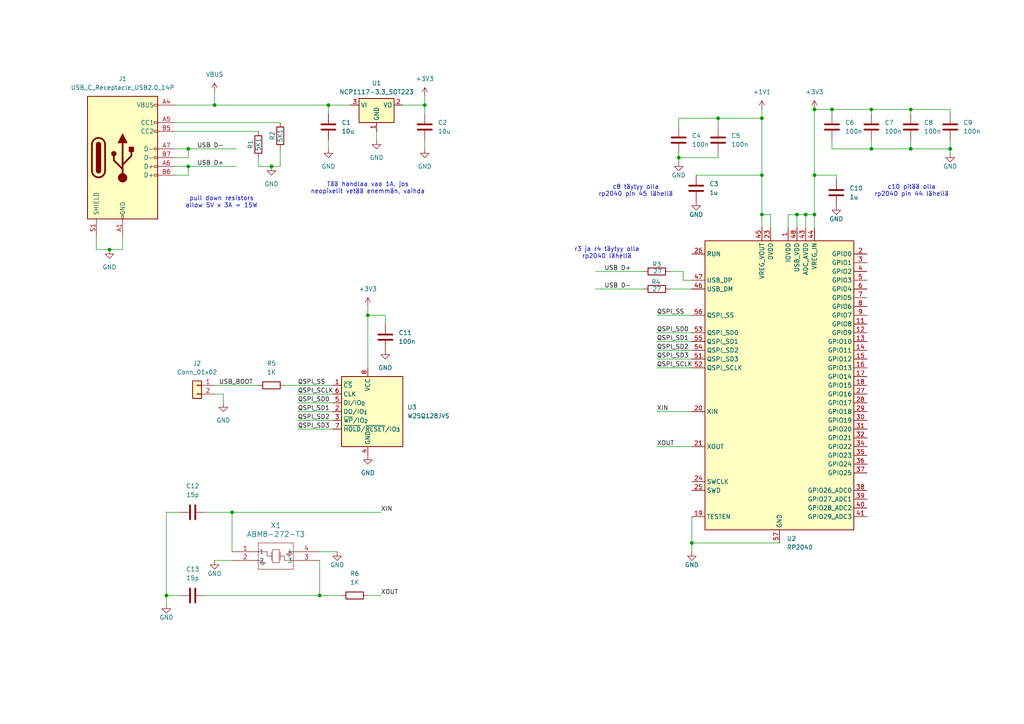
<source format=kicad_sch>
(kicad_sch (version 20250114) (generator "eeschema") (generator_version "9.0")
  (paper "A4")
  (title_block (title "Main controller") (comment 1 "The main controller with MCU and other fancy stuff"))
  (lib_symbols
    (symbol "ABM8_272_T3:ABM8-272-T3" (pin_names (offset 0.254))
      (property "Reference" "X" (at 12.7 7.62 0))
      (property "Value" "ABM8-272-T3" (at 12.7 5.08 0))
      (symbol "ABM8-272-T3_0_1"
        (polyline (pts (xy 7.62 2.54) (xy 7.62 -5.08)) (stroke (width 0.127)))
        (polyline (pts (xy 7.62 -2.54) (xy 8.89 -2.54)) (stroke (width 0.127)))
        (polyline (pts (xy 7.62 -5.08) (xy 17.78 -5.08)) (stroke (width 0.127)))
        (polyline (pts (xy 7.9375 -3.175) (xy 9.8425 -3.175)) (stroke (width 0.127)))
        (polyline (pts (xy 8.255 -3.4925) (xy 9.525 -3.4925)) (stroke (width 0.127)))
        (polyline (pts (xy 8.5725 -3.81) (xy 9.2075 -3.81)) (stroke (width 0.127)))
        (polyline (pts (xy 8.89 -2.54) (xy 8.89 -3.175)) (stroke (width 0.127)))
        (polyline (pts (xy 10.16 0) (xy 7.62 0)) (stroke (width 0.127)))
        (polyline (pts (xy 10.16 -1.27) (xy 10.16 0)) (stroke (width 0.127)))
        (polyline (pts (xy 11.43 0) (xy 11.43 -2.54)) (stroke (width 0.127)))
        (polyline (pts (xy 11.43 -1.27) (xy 10.16 -1.27)) (stroke (width 0.127)))
        (polyline (pts (xy 11.7475 0.635) (xy 11.7475 -3.175)) (stroke (width 0.127)))
        (polyline (pts (xy 11.7475 -3.175) (xy 13.6525 -3.175)) (stroke (width 0.127)))
        (polyline (pts (xy 13.6525 0.635) (xy 11.7475 0.635)) (stroke (width 0.127)))
        (polyline (pts (xy 13.6525 -3.175) (xy 13.6525 0.635)) (stroke (width 0.127)))
        (polyline (pts (xy 13.97 0) (xy 13.97 -2.54)) (stroke (width 0.127)))
        (polyline (pts (xy 13.97 -1.27) (xy 15.24 -1.27)) (stroke (width 0.127)))
        (polyline (pts (xy 15.24 -1.27) (xy 15.24 -2.54)) (stroke (width 0.127)))
        (polyline (pts (xy 15.24 -2.54) (xy 17.78 -2.54)) (stroke (width 0.127)))
        (polyline (pts (xy 16.51 0) (xy 16.51 -0.635)) (stroke (width 0.127)))
        (polyline (pts (xy 16.8275 -1.27) (xy 16.1925 -1.27)) (stroke (width 0.127)))
        (polyline (pts (xy 17.145 -0.9525) (xy 15.875 -0.9525)) (stroke (width 0.127)))
        (polyline (pts (xy 17.4625 -0.635) (xy 15.5575 -0.635)) (stroke (width 0.127)))
        (polyline (pts (xy 17.78 2.54) (xy 7.62 2.54)) (stroke (width 0.127)))
        (polyline (pts (xy 17.78 0) (xy 16.51 0)) (stroke (width 0.127)))
        (polyline (pts (xy 17.78 -5.08) (xy 17.78 2.54)) (stroke (width 0.127)))
        (pin unspecified line (at 0 0 0) (length 7.62) (name "1") (number "1"))
        (pin unspecified line (at 0 -2.54 0) (length 7.62) (name "2") (number "2"))
        (pin unspecified line (at 25.4 0 180) (length 7.62) (name "4") (number "4"))
        (pin unspecified line (at 25.4 -2.54 180) (length 7.62) (name "3") (number "3"))
      )
    )
    (symbol "Connector:USB_C_Receptacle_USB2.0_14P" (pin_names (offset 1.016))
      (property "Reference" "J" (at 0 22.225 0))
      (property "Value" "USB_C_Receptacle_USB2.0_14P" (at 0 19.685 0))
      (symbol "USB_C_Receptacle_USB2.0_14P_0_0"
        (rectangle (start -0.254 -17.78) (end 0.254 -16.764))
        (rectangle (start 10.16 15.494) (end 9.144 14.986))
        (rectangle (start 10.16 10.414) (end 9.144 9.906))
        (rectangle (start 10.16 7.874) (end 9.144 7.366))
        (rectangle (start 10.16 2.794) (end 9.144 2.286))
        (rectangle (start 10.16 0.254) (end 9.144 -0.254))
        (rectangle (start 10.16 -2.286) (end 9.144 -2.794))
        (rectangle (start 10.16 -4.826) (end 9.144 -5.334))
      )
      (symbol "USB_C_Receptacle_USB2.0_14P_0_1"
        (rectangle (start -10.16 17.78) (end 10.16 -17.78) (stroke (width 0.254)) (fill (type background)))
        (polyline (pts (xy -8.89 -3.81) (xy -8.89 3.81)) (stroke (width 0.508)))
        (rectangle (start -7.62 -3.81) (end -6.35 3.81) (stroke (width 0.254)) (fill (type outline)))
        (arc (start -7.62 3.81) (mid -6.985 4.4423) (end -6.35 3.81) (stroke (width 0.254)))
        (arc (start -7.62 3.81) (mid -6.985 4.4423) (end -6.35 3.81) (stroke (width 0.254)) (fill (type outline)))
        (arc (start -8.89 3.81) (mid -6.985 5.7067) (end -5.08 3.81) (stroke (width 0.508)))
        (arc (start -5.08 -3.81) (mid -6.985 -5.7067) (end -8.89 -3.81) (stroke (width 0.508)))
        (arc (start -6.35 -3.81) (mid -6.985 -4.4423) (end -7.62 -3.81) (stroke (width 0.254)))
        (arc (start -6.35 -3.81) (mid -6.985 -4.4423) (end -7.62 -3.81) (stroke (width 0.254)) (fill (type outline)))
        (polyline (pts (xy -5.08 3.81) (xy -5.08 -3.81)) (stroke (width 0.508)))
        (circle (center -2.54 1.143) (radius 0.635) (stroke (width 0.254)) (fill (type outline)))
        (polyline (pts (xy -1.27 4.318) (xy 0 6.858) (xy 1.27 4.318) (xy -1.27 4.318)) (stroke (width 0.254)) (fill (type outline)))
        (polyline (pts (xy 0 -2.032) (xy 2.54 0.508) (xy 2.54 1.778)) (stroke (width 0.508)))
        (polyline (pts (xy 0 -3.302) (xy -2.54 -0.762) (xy -2.54 0.508)) (stroke (width 0.508)))
        (polyline (pts (xy 0 -5.842) (xy 0 4.318)) (stroke (width 0.508)))
        (circle (center 0 -5.842) (radius 1.27) (fill (type outline)))
        (rectangle (start 1.905 1.778) (end 3.175 3.048) (stroke (width 0.254)) (fill (type outline)))
      )
      (symbol "USB_C_Receptacle_USB2.0_14P_1_1"
        (pin passive line (at -7.62 -22.86 90) (length 5.08) (name "SHIELD") (number "S1"))
        (pin passive line (at 0 -22.86 90) (length 5.08) (name "GND") (number "A1"))
        (pin passive line (at 0 -22.86 90) (length 5.08) (hide yes) (name "GND") (number "A12"))
        (pin passive line (at 0 -22.86 90) (length 5.08) (hide yes) (name "GND") (number "B1"))
        (pin passive line (at 0 -22.86 90) (length 5.08) (hide yes) (name "GND") (number "B12"))
        (pin passive line (at 15.24 15.24 180) (length 5.08) (name "VBUS") (number "A4"))
        (pin passive line (at 15.24 15.24 180) (length 5.08) (hide yes) (name "VBUS") (number "A9"))
        (pin passive line (at 15.24 15.24 180) (length 5.08) (hide yes) (name "VBUS") (number "B4"))
        (pin passive line (at 15.24 15.24 180) (length 5.08) (hide yes) (name "VBUS") (number "B9"))
        (pin bidirectional line (at 15.24 10.16 180) (length 5.08) (name "CC1") (number "A5"))
        (pin bidirectional line (at 15.24 7.62 180) (length 5.08) (name "CC2") (number "B5"))
        (pin bidirectional line (at 15.24 2.54 180) (length 5.08) (name "D-") (number "A7"))
        (pin bidirectional line (at 15.24 0 180) (length 5.08) (name "D-") (number "B7"))
        (pin bidirectional line (at 15.24 -2.54 180) (length 5.08) (name "D+") (number "A6"))
        (pin bidirectional line (at 15.24 -5.08 180) (length 5.08) (name "D+") (number "B6"))
      )
    )
    (symbol "Connector_Generic:Conn_01x02" (pin_names (offset 1.016) (hide yes))
      (property "Reference" "J" (at 0 2.54 0))
      (property "Value" "Conn_01x02" (at 0 -5.08 0))
      (symbol "Conn_01x02_1_1"
        (rectangle (start -1.27 1.27) (end 1.27 -3.81) (stroke (width 0.254)) (fill (type background)))
        (rectangle (start -1.27 0.127) (end 0 -0.127) (stroke (width 0.1524)))
        (rectangle (start -1.27 -2.413) (end 0 -2.667) (stroke (width 0.1524)))
        (pin passive line (at -5.08 0 0) (length 3.81) (name "Pin_1") (number "1"))
        (pin passive line (at -5.08 -2.54 0) (length 3.81) (name "Pin_2") (number "2"))
      )
    )
    (symbol "Device:C" (pin_numbers (hide yes)) (pin_names (offset 0.254))
      (property "Reference" "C" (at 0.635 2.54 0))
      (property "Value" "C" (at 0.635 -2.54 0))
      (symbol "C_0_1"
        (polyline (pts (xy -2.032 0.762) (xy 2.032 0.762)) (stroke (width 0.508)))
        (polyline (pts (xy -2.032 -0.762) (xy 2.032 -0.762)) (stroke (width 0.508)))
      )
      (symbol "C_1_1"
        (pin passive line (at 0 3.81 270) (length 2.794) (name "~") (number "1"))
        (pin passive line (at 0 -3.81 90) (length 2.794) (name "~") (number "2"))
      )
    )
    (symbol "Device:R" (pin_numbers (hide yes)) (pin_names (offset 0))
      (property "Reference" "R" (at 2.032 0 90))
      (property "Value" "R" (at 0 0 90))
      (symbol "R_0_1"
        (rectangle (start -1.016 -2.54) (end 1.016 2.54) (stroke (width 0.254)))
      )
      (symbol "R_1_1"
        (pin passive line (at 0 3.81 270) (length 1.27) (name "~") (number "1"))
        (pin passive line (at 0 -3.81 90) (length 1.27) (name "~") (number "2"))
      )
    )
    (symbol "MCU_RaspberryPi:RP2040"
      (property "Reference" "U" (at 17.78 45.72 0))
      (property "Value" "RP2040" (at 17.78 43.18 0))
      (symbol "RP2040_0_1"
        (rectangle (start -21.59 41.91) (end 21.59 -41.91) (stroke (width 0.254)) (fill (type background)))
      )
      (symbol "RP2040_1_1"
        (pin input line (at -25.4 38.1 0) (length 3.81) (name "RUN") (number "26"))
        (pin bidirectional line (at -25.4 30.48 0) (length 3.81) (name "USB_DP") (number "47"))
        (pin bidirectional line (at -25.4 27.94 0) (length 3.81) (name "USB_DM") (number "46"))
        (pin bidirectional line (at -25.4 20.32 0) (length 3.81) (name "QSPI_SS") (number "56"))
        (pin bidirectional line (at -25.4 15.24 0) (length 3.81) (name "QSPI_SD0") (number "53"))
        (pin bidirectional line (at -25.4 12.7 0) (length 3.81) (name "QSPI_SD1") (number "55"))
        (pin bidirectional line (at -25.4 10.16 0) (length 3.81) (name "QSPI_SD2") (number "54"))
        (pin bidirectional line (at -25.4 7.62 0) (length 3.81) (name "QSPI_SD3") (number "51"))
        (pin output line (at -25.4 5.08 0) (length 3.81) (name "QSPI_SCLK") (number "52"))
        (pin input line (at -25.4 -7.62 0) (length 3.81) (name "XIN") (number "20"))
        (pin passive line (at -25.4 -17.78 0) (length 3.81) (name "XOUT") (number "21"))
        (pin input line (at -25.4 -27.94 0) (length 3.81) (name "SWCLK") (number "24"))
        (pin bidirectional line (at -25.4 -30.48 0) (length 3.81) (name "SWD") (number "25"))
        (pin input line (at -25.4 -38.1 0) (length 3.81) (name "TESTEN") (number "19"))
        (pin power_out line (at -5.08 45.72 270) (length 3.81) (name "VREG_VOUT") (number "45"))
        (pin power_in line (at -2.54 45.72 270) (length 3.81) (name "DVDD") (number "23"))
        (pin passive line (at -2.54 45.72 270) (length 3.81) (hide yes) (name "DVDD") (number "50"))
        (pin power_in line (at 0 -45.72 90) (length 3.81) (name "GND") (number "57"))
        (pin power_in line (at 2.54 45.72 270) (length 3.81) (name "IOVDD") (number "1"))
        (pin passive line (at 2.54 45.72 270) (length 3.81) (hide yes) (name "IOVDD") (number "10"))
        (pin passive line (at 2.54 45.72 270) (length 3.81) (hide yes) (name "IOVDD") (number "22"))
        (pin passive line (at 2.54 45.72 270) (length 3.81) (hide yes) (name "IOVDD") (number "33"))
        (pin passive line (at 2.54 45.72 270) (length 3.81) (hide yes) (name "IOVDD") (number "42"))
        (pin passive line (at 2.54 45.72 270) (length 3.81) (hide yes) (name "IOVDD") (number "49"))
        (pin power_in line (at 5.08 45.72 270) (length 3.81) (name "USB_VDD") (number "48"))
        (pin power_in line (at 7.62 45.72 270) (length 3.81) (name "ADC_AVDD") (number "43"))
        (pin power_in line (at 10.16 45.72 270) (length 3.81) (name "VREG_IN") (number "44"))
        (pin bidirectional line (at 25.4 38.1 180) (length 3.81) (name "GPIO0") (number "2"))
        (pin bidirectional line (at 25.4 35.56 180) (length 3.81) (name "GPIO1") (number "3"))
        (pin bidirectional line (at 25.4 33.02 180) (length 3.81) (name "GPIO2") (number "4"))
        (pin bidirectional line (at 25.4 30.48 180) (length 3.81) (name "GPIO3") (number "5"))
        (pin bidirectional line (at 25.4 27.94 180) (length 3.81) (name "GPIO4") (number "6"))
        (pin bidirectional line (at 25.4 25.4 180) (length 3.81) (name "GPIO5") (number "7"))
        (pin bidirectional line (at 25.4 22.86 180) (length 3.81) (name "GPIO6") (number "8"))
        (pin bidirectional line (at 25.4 20.32 180) (length 3.81) (name "GPIO7") (number "9"))
        (pin bidirectional line (at 25.4 17.78 180) (length 3.81) (name "GPIO8") (number "11"))
        (pin bidirectional line (at 25.4 15.24 180) (length 3.81) (name "GPIO9") (number "12"))
        (pin bidirectional line (at 25.4 12.7 180) (length 3.81) (name "GPIO10") (number "13"))
        (pin bidirectional line (at 25.4 10.16 180) (length 3.81) (name "GPIO11") (number "14"))
        (pin bidirectional line (at 25.4 7.62 180) (length 3.81) (name "GPIO12") (number "15"))
        (pin bidirectional line (at 25.4 5.08 180) (length 3.81) (name "GPIO13") (number "16"))
        (pin bidirectional line (at 25.4 2.54 180) (length 3.81) (name "GPIO14") (number "17"))
        (pin bidirectional line (at 25.4 0 180) (length 3.81) (name "GPIO15") (number "18"))
        (pin bidirectional line (at 25.4 -2.54 180) (length 3.81) (name "GPIO16") (number "27"))
        (pin bidirectional line (at 25.4 -5.08 180) (length 3.81) (name "GPIO17") (number "28"))
        (pin bidirectional line (at 25.4 -7.62 180) (length 3.81) (name "GPIO18") (number "29"))
        (pin bidirectional line (at 25.4 -10.16 180) (length 3.81) (name "GPIO19") (number "30"))
        (pin bidirectional line (at 25.4 -12.7 180) (length 3.81) (name "GPIO20") (number "31"))
        (pin bidirectional line (at 25.4 -15.24 180) (length 3.81) (name "GPIO21") (number "32"))
        (pin bidirectional line (at 25.4 -17.78 180) (length 3.81) (name "GPIO22") (number "34"))
        (pin bidirectional line (at 25.4 -20.32 180) (length 3.81) (name "GPIO23") (number "35"))
        (pin bidirectional line (at 25.4 -22.86 180) (length 3.81) (name "GPIO24") (number "36"))
        (pin bidirectional line (at 25.4 -25.4 180) (length 3.81) (name "GPIO25") (number "37"))
        (pin bidirectional line (at 25.4 -30.48 180) (length 3.81) (name "GPIO26_ADC0") (number "38"))
        (pin bidirectional line (at 25.4 -33.02 180) (length 3.81) (name "GPIO27_ADC1") (number "39"))
        (pin bidirectional line (at 25.4 -35.56 180) (length 3.81) (name "GPIO28_ADC2") (number "40"))
        (pin bidirectional line (at 25.4 -38.1 180) (length 3.81) (name "GPIO29_ADC3") (number "41"))
      )
    )
    (symbol "Memory_Flash:W25Q128JVS"
      (property "Reference" "U" (at -6.35 11.43 0))
      (property "Value" "W25Q128JVS" (at 7.62 11.43 0))
      (symbol "W25Q128JVS_0_1"
        (rectangle (start -7.62 10.16) (end 10.16 -10.16) (stroke (width 0.254)) (fill (type background)))
      )
      (symbol "W25Q128JVS_1_1"
        (pin input line (at -10.16 7.62 0) (length 2.54) (name "~{CS}") (number "1"))
        (pin input line (at -10.16 5.08 0) (length 2.54) (name "CLK") (number "6"))
        (pin bidirectional line (at -10.16 2.54 0) (length 2.54) (name "DI/IO_{0}") (number "5"))
        (pin bidirectional line (at -10.16 0 0) (length 2.54) (name "DO/IO_{1}") (number "2"))
        (pin bidirectional line (at -10.16 -2.54 0) (length 2.54) (name "~{WP}/IO_{2}") (number "3"))
        (pin bidirectional line (at -10.16 -5.08 0) (length 2.54) (name "~{HOLD}/~{RESET}/IO_{3}") (number "7"))
        (pin power_in line (at 0 12.7 270) (length 2.54) (name "VCC") (number "8"))
        (pin power_in line (at 0 -12.7 90) (length 2.54) (name "GND") (number "4"))
      )
    )
    (symbol "Regulator_Linear:NCP1117-3.3_SOT223"
      (property "Reference" "U" (at -3.81 3.175 0))
      (property "Value" "NCP1117-3.3_SOT223" (at 0 3.175 0))
      (symbol "NCP1117-3.3_SOT223_0_1"
        (rectangle (start -5.08 -5.08) (end 5.08 1.905) (stroke (width 0.254)) (fill (type background)))
      )
      (symbol "NCP1117-3.3_SOT223_1_1"
        (pin power_in line (at -7.62 0 0) (length 2.54) (name "VI") (number "3"))
        (pin power_in line (at 0 -7.62 90) (length 2.54) (name "GND") (number "1"))
        (pin power_out line (at 7.62 0 180) (length 2.54) (name "VO") (number "2"))
      )
    )
    (symbol "power:+1V1" (power) (pin_numbers (hide yes)) (pin_names (offset 0) (hide yes))
      (property "Value" "+1V1" (at 0 3.556 0))
      (symbol "+1V1_0_1"
        (polyline (pts (xy -0.762 1.27) (xy 0 2.54)))
        (polyline (pts (xy 0 2.54) (xy 0.762 1.27)))
        (polyline (pts (xy 0 0) (xy 0 2.54)))
      )
      (symbol "+1V1_1_1"
        (pin power_in line (at 0 0 90) (length 0) (name "~") (number "1"))
      )
    )
    (symbol "power:+3V3" (power) (pin_numbers (hide yes)) (pin_names (offset 0) (hide yes))
      (property "Value" "+3V3" (at 0 3.556 0))
      (symbol "+3V3_0_1"
        (polyline (pts (xy -0.762 1.27) (xy 0 2.54)))
        (polyline (pts (xy 0 2.54) (xy 0.762 1.27)))
        (polyline (pts (xy 0 0) (xy 0 2.54)))
      )
      (symbol "+3V3_1_1"
        (pin power_in line (at 0 0 90) (length 0) (name "~") (number "1"))
      )
    )
    (symbol "power:GND" (power) (pin_numbers (hide yes)) (pin_names (offset 0) (hide yes))
      (property "Value" "GND" (at 0 -3.81 0))
      (symbol "GND_0_1"
        (polyline (pts (xy 0 0) (xy 0 -1.27) (xy 1.27 -1.27) (xy 0 -2.54) (xy -1.27 -1.27) (xy 0 -1.27)))
      )
      (symbol "GND_1_1"
        (pin power_in line (at 0 0 270) (length 0) (name "~") (number "1"))
      )
    )
    (symbol "power:VBUS" (power) (pin_numbers (hide yes)) (pin_names (offset 0) (hide yes))
      (property "Value" "VBUS" (at 0 3.556 0))
      (symbol "VBUS_0_1"
        (polyline (pts (xy -0.762 1.27) (xy 0 2.54)))
        (polyline (pts (xy 0 2.54) (xy 0.762 1.27)))
        (polyline (pts (xy 0 0) (xy 0 2.54)))
      )
      (symbol "VBUS_1_1"
        (pin power_in line (at 0 0 90) (length 0) (name "~") (number "1"))
      )
    )
  )
  (text "c10 pitää olla\nrp2040 pin 44 lähellä" (at 264.414 55.372 0) (effects (font (size 1.27 1.27))))
  (text "r3 ja r4 täytyy olla\nrp2040 lähellä" (at 176.022 73.406 0) (effects (font (size 1.27 1.27))))
  (text "c8 täytyy olla\nrp2040 pin 45 lähellä" (at 184.404 55.372 0) (effects (font (size 1.27 1.27))))
  (text "Tää handlaa vaa 1A, jos\nneopixelit vetää enemmän, vaihda" (at 106.68 54.61 0) (effects (font (size 1.27 1.27))))
  (text "pull down resistors\nallow 5V x 3A = 15W" (at 64.262 58.674 0) (effects (font (size 1.27 1.27))))
  (junction (at 54.61 48.26))
  (junction (at 275.59 43.18))
  (junction (at 236.22 62.23))
  (junction (at 123.19 30.48))
  (junction (at 95.25 30.48))
  (junction (at 252.73 31.75))
  (junction (at 92.71 172.72))
  (junction (at 196.85 45.72))
  (junction (at 236.22 31.75))
  (junction (at 220.98 62.23))
  (junction (at 264.16 31.75))
  (junction (at 67.31 148.59))
  (junction (at 200.66 157.48))
  (junction (at 208.28 34.29))
  (junction (at 106.68 91.44))
  (junction (at 241.3 31.75))
  (junction (at 264.16 43.18))
  (junction (at 233.68 62.23))
  (junction (at 220.98 34.29))
  (junction (at 78.74 48.26))
  (junction (at 54.61 43.18))
  (junction (at 62.23 30.48))
  (junction (at 220.98 50.8))
  (junction (at 236.22 50.8))
  (junction (at 252.73 43.18))
  (junction (at 48.26 172.72))
  (junction (at 231.14 62.23))
  (junction (at 31.75 72.39))
  (wire (pts (xy 220.98 31.75) (xy 220.98 34.29)))
  (wire (pts (xy 54.61 48.26) (xy 68.58 48.26)))
  (wire (pts (xy 275.59 33.02) (xy 275.59 31.75)))
  (wire (pts (xy 275.59 40.64) (xy 275.59 43.18)))
  (wire (pts (xy 196.85 45.72) (xy 196.85 46.99)))
  (wire (pts (xy 106.68 88.9) (xy 106.68 91.44)))
  (wire (pts (xy 50.8 38.1) (xy 74.93 38.1)))
  (wire (pts (xy 109.22 38.1) (xy 109.22 40.64)))
  (wire (pts (xy 252.73 40.64) (xy 252.73 43.18)))
  (wire (pts (xy 27.94 72.39) (xy 31.75 72.39)))
  (wire (pts (xy 208.28 44.45) (xy 208.28 45.72)))
  (wire (pts (xy 172.72 78.74) (xy 186.69 78.74)))
  (wire (pts (xy 226.06 157.48) (xy 200.66 157.48)))
  (wire (pts (xy 200.66 81.28) (xy 198.12 81.28)))
  (wire (pts (xy 236.22 31.75) (xy 236.22 50.8)))
  (wire (pts (xy 196.85 34.29) (xy 208.28 34.29)))
  (wire (pts (xy 190.5 106.68) (xy 200.66 106.68)))
  (wire (pts (xy 48.26 172.72) (xy 48.26 175.26)))
  (wire (pts (xy 223.52 62.23) (xy 220.98 62.23)))
  (wire (pts (xy 92.71 172.72) (xy 92.71 162.56)))
  (wire (pts (xy 82.55 111.76) (xy 96.52 111.76)))
  (wire (pts (xy 190.5 129.54) (xy 200.66 129.54)))
  (wire (pts (xy 52.07 172.72) (xy 48.26 172.72)))
  (wire (pts (xy 62.23 111.76) (xy 74.93 111.76)))
  (wire (pts (xy 172.72 83.82) (xy 186.69 83.82)))
  (wire (pts (xy 242.57 52.07) (xy 242.57 50.8)))
  (wire (pts (xy 190.5 99.06) (xy 200.66 99.06)))
  (wire (pts (xy 123.19 40.64) (xy 123.19 43.18)))
  (wire (pts (xy 208.28 34.29) (xy 208.28 36.83)))
  (wire (pts (xy 264.16 31.75) (xy 264.16 33.02)))
  (wire (pts (xy 190.5 119.38) (xy 200.66 119.38)))
  (wire (pts (xy 86.36 114.3) (xy 96.52 114.3)))
  (wire (pts (xy 48.26 148.59) (xy 48.26 172.72)))
  (wire (pts (xy 62.23 30.48) (xy 62.23 26.67)))
  (wire (pts (xy 54.61 50.8) (xy 54.61 48.26)))
  (wire (pts (xy 111.76 93.98) (xy 111.76 91.44)))
  (wire (pts (xy 252.73 31.75) (xy 252.73 33.02)))
  (wire (pts (xy 92.71 160.02) (xy 97.79 160.02)))
  (wire (pts (xy 196.85 44.45) (xy 196.85 45.72)))
  (wire (pts (xy 62.23 30.48) (xy 95.25 30.48)))
  (wire (pts (xy 86.36 116.84) (xy 96.52 116.84)))
  (wire (pts (xy 228.6 66.04) (xy 228.6 62.23)))
  (wire (pts (xy 81.28 48.26) (xy 78.74 48.26)))
  (wire (pts (xy 86.36 121.92) (xy 96.52 121.92)))
  (wire (pts (xy 198.12 81.28) (xy 198.12 78.74)))
  (wire (pts (xy 74.93 45.72) (xy 74.93 48.26)))
  (wire (pts (xy 95.25 40.64) (xy 95.25 43.18)))
  (wire (pts (xy 264.16 40.64) (xy 264.16 43.18)))
  (wire (pts (xy 35.56 72.39) (xy 31.75 72.39)))
  (wire (pts (xy 50.8 30.48) (xy 62.23 30.48)))
  (wire (pts (xy 275.59 43.18) (xy 275.59 44.45)))
  (wire (pts (xy 95.25 30.48) (xy 95.25 33.02)))
  (wire (pts (xy 95.25 30.48) (xy 101.6 30.48)))
  (wire (pts (xy 50.8 48.26) (xy 54.61 48.26)))
  (wire (pts (xy 67.31 148.59) (xy 67.31 160.02)))
  (wire (pts (xy 92.71 172.72) (xy 99.06 172.72)))
  (wire (pts (xy 200.66 157.48) (xy 200.66 160.02)))
  (wire (pts (xy 242.57 50.8) (xy 236.22 50.8)))
  (wire (pts (xy 110.49 148.59) (xy 67.31 148.59)))
  (wire (pts (xy 59.69 148.59) (xy 67.31 148.59)))
  (wire (pts (xy 50.8 45.72) (xy 54.61 45.72)))
  (wire (pts (xy 190.5 96.52) (xy 200.66 96.52)))
  (wire (pts (xy 231.14 62.23) (xy 233.68 62.23)))
  (wire (pts (xy 52.07 148.59) (xy 48.26 148.59)))
  (wire (pts (xy 241.3 31.75) (xy 236.22 31.75)))
  (wire (pts (xy 233.68 62.23) (xy 236.22 62.23)))
  (wire (pts (xy 236.22 50.8) (xy 236.22 62.23)))
  (wire (pts (xy 74.93 48.26) (xy 78.74 48.26)))
  (wire (pts (xy 50.8 50.8) (xy 54.61 50.8)))
  (wire (pts (xy 116.84 30.48) (xy 123.19 30.48)))
  (wire (pts (xy 241.3 31.75) (xy 241.3 33.02)))
  (wire (pts (xy 50.8 35.56) (xy 81.28 35.56)))
  (wire (pts (xy 220.98 34.29) (xy 220.98 50.8)))
  (wire (pts (xy 86.36 124.46) (xy 96.52 124.46)))
  (wire (pts (xy 201.93 50.8) (xy 220.98 50.8)))
  (wire (pts (xy 200.66 149.86) (xy 200.66 157.48)))
  (wire (pts (xy 111.76 91.44) (xy 106.68 91.44)))
  (wire (pts (xy 194.31 83.82) (xy 200.66 83.82)))
  (wire (pts (xy 190.5 101.6) (xy 200.66 101.6)))
  (wire (pts (xy 50.8 43.18) (xy 54.61 43.18)))
  (wire (pts (xy 275.59 31.75) (xy 264.16 31.75)))
  (wire (pts (xy 264.16 31.75) (xy 252.73 31.75)))
  (wire (pts (xy 54.61 43.18) (xy 68.58 43.18)))
  (wire (pts (xy 190.5 104.14) (xy 200.66 104.14)))
  (wire (pts (xy 64.77 114.3) (xy 62.23 114.3)))
  (wire (pts (xy 190.5 91.44) (xy 200.66 91.44)))
  (wire (pts (xy 59.69 172.72) (xy 92.71 172.72)))
  (wire (pts (xy 252.73 43.18) (xy 264.16 43.18)))
  (wire (pts (xy 236.22 62.23) (xy 236.22 66.04)))
  (wire (pts (xy 106.68 172.72) (xy 110.49 172.72)))
  (wire (pts (xy 228.6 62.23) (xy 231.14 62.23)))
  (wire (pts (xy 231.14 66.04) (xy 231.14 62.23)))
  (wire (pts (xy 123.19 30.48) (xy 123.19 33.02)))
  (wire (pts (xy 233.68 66.04) (xy 233.68 62.23)))
  (wire (pts (xy 81.28 43.18) (xy 81.28 48.26)))
  (wire (pts (xy 35.56 68.58) (xy 35.56 72.39)))
  (wire (pts (xy 208.28 45.72) (xy 196.85 45.72)))
  (wire (pts (xy 241.3 40.64) (xy 241.3 43.18)))
  (wire (pts (xy 196.85 36.83) (xy 196.85 34.29)))
  (wire (pts (xy 223.52 66.04) (xy 223.52 62.23)))
  (wire (pts (xy 241.3 43.18) (xy 252.73 43.18)))
  (wire (pts (xy 220.98 50.8) (xy 220.98 62.23)))
  (wire (pts (xy 198.12 78.74) (xy 194.31 78.74)))
  (wire (pts (xy 123.19 30.48) (xy 123.19 27.94)))
  (wire (pts (xy 106.68 91.44) (xy 106.68 106.68)))
  (wire (pts (xy 252.73 31.75) (xy 241.3 31.75)))
  (wire (pts (xy 54.61 45.72) (xy 54.61 43.18)))
  (wire (pts (xy 264.16 43.18) (xy 275.59 43.18)))
  (wire (pts (xy 62.23 162.56) (xy 67.31 162.56)))
  (wire (pts (xy 220.98 62.23) (xy 220.98 66.04)))
  (wire (pts (xy 64.77 116.84) (xy 64.77 114.3)))
  (wire (pts (xy 27.94 68.58) (xy 27.94 72.39)))
  (wire (pts (xy 86.36 119.38) (xy 96.52 119.38)))
  (wire (pts (xy 208.28 34.29) (xy 220.98 34.29)))
  (label "USB_BOOT" (at 63.5 111.76 0))
  (label "QSPI_SD3" (at 86.36 124.46 0))
  (label "XOUT" (at 190.5 129.54 0))
  (label "USB D-" (at 175.26 83.82 0))
  (label "QSPI_SD1" (at 86.36 119.38 0))
  (label "QSPI_SS" (at 190.5 91.44 0))
  (label "QSPI_SD2" (at 86.36 121.92 0))
  (label "QSPI_SD2" (at 190.5 101.6 0))
  (label "QSPI_SD3" (at 190.5 104.14 0))
  (label "USB D+" (at 175.26 78.74 0))
  (label "XIN" (at 110.49 148.59 0))
  (label "XIN" (at 190.5 119.38 0))
  (label "XOUT" (at 110.49 172.72 0))
  (label "QSPI_SCLK" (at 190.5 106.68 0))
  (label "QSPI_SS" (at 86.36 111.76 0))
  (label "USB D+" (at 57.15 48.26 0))
  (label "QSPI_SCLK" (at 86.36 114.3 0))
  (label "QSPI_SD1" (at 190.5 99.06 0))
  (label "QSPI_SD0" (at 190.5 96.52 0))
  (label "USB D-" (at 57.15 43.18 0))
  (label "QSPI_SD0" (at 86.36 116.84 0))
  (symbol (lib_id "power:GND") (at 123.19 43.18 0) (unit 1)
    (property "Reference" "#PWR06" (effects (hide yes)))
    (property "Value" "GND" (at 123.19 48.26 0))
    (property "Description" "Power symbol creates a global label with name \"GND\" , ground" (effects (hide yes)))
  )
  (symbol (lib_id "Connector_Generic:Conn_01x02") (at 57.15 111.76 0) (mirror y) (unit 1)
    (property "Reference" "J2" (at 57.15 105.41 0))
    (property "Value" "Conn_01x02" (at 57.15 107.95 0))
    (property "Description" "Generic connector, single row, 01x02, script generated (kicad-library-utils/schlib/autogen/connector/)" (effects (hide yes)))
  )
  (symbol (lib_id "ABM8_272_T3:ABM8-272-T3") (at 67.31 160.02 0) (unit 1)
    (property "Reference" "X1" (at 80.01 152.4 0) (effects (font (size 1.524 1.524))))
    (property "Value" "ABM8-272-T3" (at 80.01 154.94 0) (effects (font (size 1.524 1.524))))
    (property "Footprint" "ABM8-272-T3_ABR" (effects (hide yes)))
    (property "Datasheet" "ABM8-272-T3" (effects (hide yes)))
  )
  (symbol (lib_id "Device:C") (at 196.85 40.64 0) (unit 1)
    (property "Reference" "C4" (at 200.66 39.3699 0) (effects (justify left)))
    (property "Value" "100n" (at 200.66 41.9099 0) (effects (justify left)))
    (property "Description" "Unpolarized capacitor" (effects (hide yes)))
  )
  (symbol (lib_id "power:GND") (at 31.75 72.39 0) (unit 1)
    (property "Reference" "#PWR02" (effects (hide yes)))
    (property "Value" "GND" (at 31.75 77.47 0))
    (property "Description" "Power symbol creates a global label with name \"GND\" , ground" (effects (hide yes)))
  )
  (symbol (lib_id "power:GND") (at 111.76 101.6 0) (unit 1)
    (property "Reference" "#PWR017" (effects (hide yes)))
    (property "Value" "GND" (at 111.76 106.68 0))
    (property "Description" "Power symbol creates a global label with name \"GND\" , ground" (effects (hide yes)))
  )
  (symbol (lib_id "power:GND") (at 95.25 43.18 0) (unit 1)
    (property "Reference" "#PWR04" (effects (hide yes)))
    (property "Value" "GND" (at 95.25 48.26 0))
    (property "Description" "Power symbol creates a global label with name \"GND\" , ground" (effects (hide yes)))
  )
  (symbol (lib_id "Regulator_Linear:NCP1117-3.3_SOT223") (at 109.22 30.48 0) (unit 1)
    (property "Reference" "U1" (at 109.22 24.13 0))
    (property "Value" "NCP1117-3.3_SOT223" (at 109.22 26.67 0))
    (property "Footprint" "Package_TO_SOT_SMD:SOT-223-3_TabPin2" (effects (hide yes)))
    (property "Datasheet" "http://www.onsemi.com/pub_link/Collateral/NCP1117-D.PDF" (effects (hide yes)))
    (property "Description" "1A Low drop-out regulator, Fixed Output 3.3V, SOT-223" (effects (hide yes)))
  )
  (symbol (lib_id "Memory_Flash:W25Q128JVS") (at 106.68 119.38 0) (unit 1)
    (property "Reference" "U3" (at 118.11 118.1099 0) (effects (justify left)))
    (property "Value" "W25Q128JVS" (at 118.11 120.6499 0) (effects (justify left)))
    (property "Footprint" "Package_SO:SOIC-8_5.3x5.3mm_P1.27mm" (effects (hide yes)))
    (property "Datasheet" "https://www.winbond.com/resource-files/w25q128jv_dtr%20revc%2003272018%20plus.pdf" (effects (hide yes)))
    (property "Description" "128Mbit / 16MiB Serial Flash Memory, Standard/Dual/Quad SPI, 2.7-3.6V, SOIC-8" (effects (hide yes)))
  )
  (symbol (lib_id "Device:R") (at 78.74 111.76 90) (unit 1)
    (property "Reference" "R5" (at 78.74 105.41 90))
    (property "Value" "1K" (at 78.74 107.95 90))
    (property "Description" "Resistor" (effects (hide yes)))
  )
  (symbol (lib_id "Device:R") (at 102.87 172.72 90) (unit 1)
    (property "Reference" "R6" (at 102.87 166.37 90))
    (property "Value" "1K" (at 102.87 168.91 90))
    (property "Description" "Resistor" (effects (hide yes)))
  )
  (symbol (lib_id "power:GND") (at 62.23 162.56 0) (unit 1)
    (property "Reference" "#PWR018" (effects (hide yes)))
    (property "Value" "GND" (at 62.23 166.37 0))
    (property "Description" "Power symbol creates a global label with name \"GND\" , ground" (effects (hide yes)))
  )
  (symbol (lib_id "power:GND") (at 106.68 132.08 0) (unit 1)
    (property "Reference" "#PWR015" (effects (hide yes)))
    (property "Value" "GND" (at 106.68 137.16 0))
    (property "Description" "Power symbol creates a global label with name \"GND\" , ground" (effects (hide yes)))
  )
  (symbol (lib_id "power:GND") (at 48.26 175.26 0) (unit 1)
    (property "Reference" "#PWR020" (effects (hide yes)))
    (property "Value" "GND" (at 48.26 179.07 0))
    (property "Description" "Power symbol creates a global label with name \"GND\" , ground" (effects (hide yes)))
  )
  (symbol (lib_id "Device:R") (at 74.93 41.91 180) (unit 1)
    (property "Reference" "R1" (at 72.644 41.91 90))
    (property "Value" "5K1" (at 74.93 41.91 90))
    (property "Description" "Resistor" (effects (hide yes)))
  )
  (symbol (lib_id "Device:C") (at 252.73 36.83 0) (unit 1)
    (property "Reference" "C7" (at 256.54 35.5599 0) (effects (justify left)))
    (property "Value" "100n" (at 256.54 38.0999 0) (effects (justify left)))
    (property "Description" "Unpolarized capacitor" (effects (hide yes)))
  )
  (symbol (lib_id "Connector:USB_C_Receptacle_USB2.0_14P") (at 35.56 45.72 0) (unit 1)
    (property "Reference" "J1" (at 35.56 22.86 0))
    (property "Value" "USB_C_Receptacle_USB2.0_14P" (at 35.56 25.4 0))
    (property "Datasheet" "https://www.usb.org/sites/default/files/documents/usb_type-c.zip" (effects (hide yes)))
    (property "Description" "USB 2.0-only 14P Type-C Receptacle connector" (effects (hide yes)))
  )
  (symbol (lib_id "Device:C") (at 95.25 36.83 0) (unit 1)
    (property "Reference" "C1" (at 99.06 35.5599 0) (effects (justify left)))
    (property "Value" "10u" (at 99.06 38.0999 0) (effects (justify left)))
    (property "Description" "Unpolarized capacitor" (effects (hide yes)))
  )
  (symbol (lib_id "power:+1V1") (at 220.98 31.75 0) (unit 1)
    (property "Reference" "#PWR09" (effects (hide yes)))
    (property "Value" "+1V1" (at 220.98 26.67 0))
    (property "Description" "Power symbol creates a global label with name \"+1V1\"" (effects (hide yes)))
  )
  (symbol (lib_id "power:GND") (at 201.93 58.42 0) (unit 1)
    (property "Reference" "#PWR08" (effects (hide yes)))
    (property "Value" "GND" (at 201.93 62.23 0))
    (property "Description" "Power symbol creates a global label with name \"GND\" , ground" (effects (hide yes)))
  )
  (symbol (lib_id "power:GND") (at 242.57 59.69 0) (unit 1)
    (property "Reference" "#PWR013" (effects (hide yes)))
    (property "Value" "GND" (at 242.57 63.5 0))
    (property "Description" "Power symbol creates a global label with name \"GND\" , ground" (effects (hide yes)))
  )
  (symbol (lib_id "power:VBUS") (at 62.23 26.67 0) (unit 1)
    (property "Reference" "#PWR01" (effects (hide yes)))
    (property "Value" "VBUS" (at 62.23 21.59 0))
    (property "Description" "Power symbol creates a global label with name \"VBUS\"" (effects (hide yes)))
  )
  (symbol (lib_id "MCU_RaspberryPi:RP2040") (at 226.06 111.76 0) (unit 1)
    (property "Reference" "U2" (at 228.2033 156.21 0) (effects (justify left)))
    (property "Value" "RP2040" (at 228.2033 158.75 0) (effects (justify left)))
    (property "Footprint" "Package_DFN_QFN:QFN-56-1EP_7x7mm_P0.4mm_EP3.2x3.2mm" (effects (hide yes)))
    (property "Datasheet" "https://datasheets.raspberrypi.com/rp2040/rp2040-datasheet.pdf" (effects (hide yes)))
    (property "Description" "A microcontroller by Raspberry Pi" (effects (hide yes)))
  )
  (symbol (lib_id "power:GND") (at 109.22 40.64 0) (unit 1)
    (property "Reference" "#PWR05" (effects (hide yes)))
    (property "Value" "GND" (at 109.22 45.72 0))
    (property "Description" "Power symbol creates a global label with name \"GND\" , ground" (effects (hide yes)))
  )
  (symbol (lib_id "power:GND") (at 78.74 48.26 0) (unit 1)
    (property "Reference" "#PWR03" (effects (hide yes)))
    (property "Value" "GND" (at 78.74 53.34 0))
    (property "Description" "Power symbol creates a global label with name \"GND\" , ground" (effects (hide yes)))
  )
  (symbol (lib_id "power:GND") (at 196.85 46.99 0) (unit 1)
    (property "Reference" "#PWR010" (effects (hide yes)))
    (property "Value" "GND" (at 196.85 50.8 0))
    (property "Description" "Power symbol creates a global label with name \"GND\" , ground" (effects (hide yes)))
  )
  (symbol (lib_id "Device:C") (at 55.88 172.72 90) (unit 1)
    (property "Reference" "C13" (at 55.88 165.1 90))
    (property "Value" "15p" (at 55.88 167.64 90))
    (property "Description" "Unpolarized capacitor" (effects (hide yes)))
  )
  (symbol (lib_id "power:GND") (at 200.66 160.02 0) (unit 1)
    (property "Reference" "#PWR021" (effects (hide yes)))
    (property "Value" "GND" (at 200.66 163.83 0))
    (property "Description" "Power symbol creates a global label with name \"GND\" , ground" (effects (hide yes)))
  )
  (symbol (lib_id "power:+3V3") (at 123.19 27.94 0) (unit 1)
    (property "Reference" "#PWR07" (effects (hide yes)))
    (property "Value" "+3V3" (at 123.19 22.86 0))
    (property "Description" "Power symbol creates a global label with name \"+3V3\"" (effects (hide yes)))
  )
  (symbol (lib_id "Device:C") (at 55.88 148.59 90) (unit 1)
    (property "Reference" "C12" (at 55.88 140.97 90))
    (property "Value" "15p" (at 55.88 143.51 90))
    (property "Description" "Unpolarized capacitor" (effects (hide yes)))
  )
  (symbol (lib_id "power:GND") (at 97.79 160.02 0) (unit 1)
    (property "Reference" "#PWR019" (effects (hide yes)))
    (property "Value" "GND" (at 97.79 163.83 0))
    (property "Description" "Power symbol creates a global label with name \"GND\" , ground" (effects (hide yes)))
  )
  (symbol (lib_id "Device:C") (at 241.3 36.83 0) (unit 1)
    (property "Reference" "C6" (at 245.11 35.5599 0) (effects (justify left)))
    (property "Value" "100n" (at 245.11 38.0999 0) (effects (justify left)))
    (property "Description" "Unpolarized capacitor" (effects (hide yes)))
  )
  (symbol (lib_id "power:GND") (at 64.77 116.84 0) (unit 1)
    (property "Reference" "#PWR014" (effects (hide yes)))
    (property "Value" "GND" (at 64.77 121.92 0))
    (property "Description" "Power symbol creates a global label with name \"GND\" , ground" (effects (hide yes)))
  )
  (symbol (lib_id "Device:C") (at 275.59 36.83 0) (unit 1)
    (property "Reference" "C9" (at 279.4 35.5599 0) (effects (justify left)))
    (property "Value" "100n" (at 279.4 38.0999 0) (effects (justify left)))
    (property "Description" "Unpolarized capacitor" (effects (hide yes)))
  )
  (symbol (lib_id "power:+3V3") (at 106.68 88.9 0) (unit 1)
    (property "Reference" "#PWR016" (effects (hide yes)))
    (property "Value" "+3V3" (at 106.68 83.82 0))
    (property "Description" "Power symbol creates a global label with name \"+3V3\"" (effects (hide yes)))
  )
  (symbol (lib_id "power:GND") (at 275.59 44.45 0) (unit 1)
    (property "Reference" "#PWR012" (effects (hide yes)))
    (property "Value" "GND" (at 275.59 48.26 0))
    (property "Description" "Power symbol creates a global label with name \"GND\" , ground" (effects (hide yes)))
  )
  (symbol (lib_id "Device:C") (at 123.19 36.83 0) (unit 1)
    (property "Reference" "C2" (at 127 35.5599 0) (effects (justify left)))
    (property "Value" "10u" (at 127 38.0999 0) (effects (justify left)))
    (property "Description" "Unpolarized capacitor" (effects (hide yes)))
  )
  (symbol (lib_id "Device:C") (at 201.93 54.61 0) (unit 1)
    (property "Reference" "C3" (at 205.74 53.3399 0) (effects (justify left)))
    (property "Value" "1u" (at 205.74 55.8799 0) (effects (justify left)))
    (property "Description" "Unpolarized capacitor" (effects (hide yes)))
  )
  (symbol (lib_id "Device:C") (at 208.28 40.64 0) (unit 1)
    (property "Reference" "C5" (at 212.09 39.3699 0) (effects (justify left)))
    (property "Value" "100n" (at 212.09 41.9099 0) (effects (justify left)))
    (property "Description" "Unpolarized capacitor" (effects (hide yes)))
  )
  (symbol (lib_id "Device:C") (at 111.76 97.79 0) (unit 1)
    (property "Reference" "C11" (at 115.57 96.5199 0) (effects (justify left)))
    (property "Value" "100n" (at 115.57 99.0599 0) (effects (justify left)))
    (property "Description" "Unpolarized capacitor" (effects (hide yes)))
  )
  (symbol (lib_id "Device:R") (at 81.28 39.37 180) (unit 1)
    (property "Reference" "R2" (at 78.994 39.37 90))
    (property "Value" "5K1" (at 81.28 39.37 90))
    (property "Description" "Resistor" (effects (hide yes)))
  )
  (symbol (lib_id "Device:R") (at 190.5 83.82 90) (unit 1)
    (property "Reference" "R4" (at 190.246 81.788 90))
    (property "Value" "27" (at 190.5 83.82 90))
    (property "Description" "Resistor" (effects (hide yes)))
  )
  (symbol (lib_id "Device:R") (at 190.5 78.74 90) (unit 1)
    (property "Reference" "R3" (at 190.5 76.708 90))
    (property "Value" "27" (at 190.754 78.74 90))
    (property "Description" "Resistor" (effects (hide yes)))
  )
  (symbol (lib_id "Device:C") (at 242.57 55.88 0) (unit 1)
    (property "Reference" "C10" (at 246.38 54.6099 0) (effects (justify left)))
    (property "Value" "1u" (at 246.38 57.1499 0) (effects (justify left)))
    (property "Description" "Unpolarized capacitor" (effects (hide yes)))
  )
  (symbol (lib_id "power:+3V3") (at 236.22 31.75 0) (unit 1)
    (property "Reference" "#PWR011" (effects (hide yes)))
    (property "Value" "+3V3" (at 236.22 26.67 0))
    (property "Description" "Power symbol creates a global label with name \"+3V3\"" (effects (hide yes)))
  )
  (symbol (lib_id "Device:C") (at 264.16 36.83 0) (unit 1)
    (property "Reference" "C8" (at 267.97 35.5599 0) (effects (justify left)))
    (property "Value" "100n" (at 267.97 38.0999 0) (effects (justify left)))
    (property "Description" "Unpolarized capacitor" (effects (hide yes)))
  )
)
</source>
